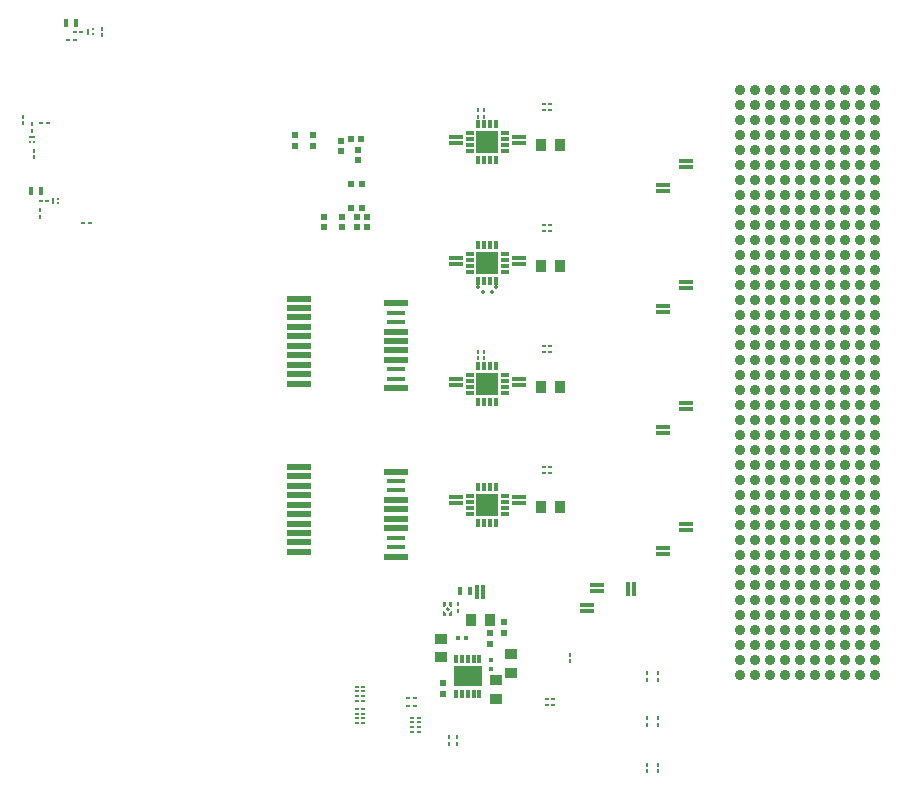
<source format=gbp>
G04*
G04 #@! TF.GenerationSoftware,Altium Limited,Altium Designer,24.2.2 (26)*
G04*
G04 Layer_Color=128*
%FSLAX26Y26*%
%MOIN*%
G70*
G04*
G04 #@! TF.SameCoordinates,1490CFCF-B2EF-406E-B7EC-920D21FDAB99*
G04*
G04*
G04 #@! TF.FilePolarity,Positive*
G04*
G01*
G75*
%ADD23R,0.011811X0.010800*%
%ADD24R,0.015748X0.025591*%
%ADD30R,0.024409X0.022835*%
%ADD43R,0.029528X0.011811*%
%ADD44R,0.011811X0.029528*%
%ADD58R,0.019685X0.005906*%
%ADD59R,0.005906X0.009842*%
%ADD62R,0.005906X0.019685*%
%ADD63R,0.009842X0.005906*%
%ADD65R,0.035433X0.039370*%
%ADD66R,0.010800X0.011811*%
%ADD69R,0.004921X0.023622*%
%ADD70R,0.047244X0.011811*%
%ADD71R,0.011811X0.047244*%
%ADD72R,0.023622X0.004921*%
%ADD73R,0.039370X0.037402*%
%ADD74R,0.037402X0.039370*%
%ADD75R,0.024409X0.024409*%
%ADD76R,0.024409X0.024409*%
%ADD149R,0.078740X0.019685*%
%ADD150R,0.059055X0.015748*%
%ADD151R,0.097638X0.068898*%
%ADD152R,0.011811X0.031496*%
%ADD153R,0.001000X0.001000*%
%ADD154P,0.001414X4X90.0*%
%ADD155R,0.072835X0.072835*%
%ADD157R,0.011811X0.006890*%
G04:AMPARAMS|DCode=159|XSize=10.8mil|YSize=11.811mil|CornerRadius=0mil|HoleSize=0mil|Usage=FLASHONLY|Rotation=225.000|XOffset=0mil|YOffset=0mil|HoleType=Round|Shape=Rectangle|*
%AMROTATEDRECTD159*
4,1,4,-0.000357,0.007994,0.007994,-0.000357,0.000357,-0.007994,-0.007994,0.000357,-0.000357,0.007994,0.0*
%
%ADD159ROTATEDRECTD159*%

G04:AMPARAMS|DCode=160|XSize=10.8mil|YSize=11.811mil|CornerRadius=0mil|HoleSize=0mil|Usage=FLASHONLY|Rotation=135.000|XOffset=0mil|YOffset=0mil|HoleType=Round|Shape=Rectangle|*
%AMROTATEDRECTD160*
4,1,4,0.007994,0.000357,-0.000357,-0.007994,-0.007994,-0.000357,0.000357,0.007994,0.007994,0.000357,0.0*
%
%ADD160ROTATEDRECTD160*%

%ADD167R,0.017716X0.015748*%
%ADD168R,0.015748X0.017716*%
%ADD169C,0.035039*%
G36*
X1381216Y410491D02*
Y393491D01*
X1379216D01*
X1372213Y400495D01*
Y410495D01*
X1381216Y410491D01*
D02*
G37*
G36*
X1363024Y400495D02*
X1356020Y393491D01*
X1354020D01*
Y410491D01*
X1363024Y410495D01*
Y400495D01*
D02*
G37*
G36*
X1374578Y386637D02*
X1367618Y379677D01*
X1360658Y386637D01*
X1367618Y393596D01*
X1374578Y386637D01*
D02*
G37*
G36*
X1381213Y362778D02*
X1372213D01*
Y372778D01*
X1379216Y379782D01*
X1381216D01*
X1381213Y362778D01*
D02*
G37*
G36*
X1363024Y372778D02*
Y362778D01*
X1354020Y362782D01*
Y379782D01*
X1356020D01*
X1363024Y372778D01*
D02*
G37*
D23*
X1237304Y63416D02*
D03*
X1258957D02*
D03*
X1237304Y90155D02*
D03*
X1258957D02*
D03*
X1720587Y87858D02*
D03*
X1698933D02*
D03*
X1720587Y67199D02*
D03*
X1698933D02*
D03*
X175020Y1673967D02*
D03*
X153367D02*
D03*
X33731Y1746621D02*
D03*
X12078D02*
D03*
X146631Y2311932D02*
D03*
X124978D02*
D03*
Y2282010D02*
D03*
X103325D02*
D03*
X34526Y2006344D02*
D03*
X12873D02*
D03*
X1687752Y1646941D02*
D03*
X1709406D02*
D03*
X1687752Y1243933D02*
D03*
X1709406D02*
D03*
X1687752Y840926D02*
D03*
X1709406D02*
D03*
X1687752Y2049948D02*
D03*
X1709406D02*
D03*
X1687752Y1665936D02*
D03*
X1709406D02*
D03*
X1687752Y1262929D02*
D03*
X1709406D02*
D03*
X1687752Y859921D02*
D03*
X1709406D02*
D03*
X1687752Y2068944D02*
D03*
X1709406D02*
D03*
D24*
X1443227Y445697D02*
D03*
X1409763D02*
D03*
X-20631Y1778677D02*
D03*
X12834D02*
D03*
X96818Y2340682D02*
D03*
X130282D02*
D03*
D30*
X1556461Y306743D02*
D03*
Y343751D02*
D03*
X1509096Y269736D02*
D03*
Y306743D02*
D03*
X1354007Y103703D02*
D03*
Y140711D02*
D03*
D43*
X1440939Y704385D02*
D03*
Y724070D02*
D03*
Y743755D02*
D03*
Y763440D02*
D03*
X1559049D02*
D03*
Y743755D02*
D03*
Y724070D02*
D03*
Y704385D02*
D03*
X1440939Y1913408D02*
D03*
Y1933093D02*
D03*
Y1952778D02*
D03*
Y1972463D02*
D03*
X1559049D02*
D03*
Y1952778D02*
D03*
Y1933093D02*
D03*
Y1913408D02*
D03*
X1440939Y1510400D02*
D03*
Y1530085D02*
D03*
Y1549770D02*
D03*
Y1569455D02*
D03*
X1559049D02*
D03*
Y1549770D02*
D03*
Y1530085D02*
D03*
Y1510400D02*
D03*
X1440939Y1107392D02*
D03*
Y1127078D02*
D03*
Y1146763D02*
D03*
Y1166448D02*
D03*
X1559049D02*
D03*
Y1146763D02*
D03*
Y1127078D02*
D03*
Y1107392D02*
D03*
D44*
X1529522Y674858D02*
D03*
X1509836D02*
D03*
X1490151D02*
D03*
X1470466D02*
D03*
Y792968D02*
D03*
X1490151D02*
D03*
X1509836D02*
D03*
X1529522D02*
D03*
Y1883880D02*
D03*
X1509836D02*
D03*
X1490151D02*
D03*
X1470466D02*
D03*
Y2001990D02*
D03*
X1490151D02*
D03*
X1509836D02*
D03*
X1529522D02*
D03*
Y1480873D02*
D03*
X1509836D02*
D03*
X1490151D02*
D03*
X1470466D02*
D03*
Y1598983D02*
D03*
X1490151D02*
D03*
X1509836D02*
D03*
X1529522D02*
D03*
Y1077865D02*
D03*
X1509836D02*
D03*
X1490151D02*
D03*
X1470466D02*
D03*
Y1195975D02*
D03*
X1490151D02*
D03*
X1509836D02*
D03*
X1529522D02*
D03*
D58*
X-17242Y1960795D02*
D03*
D59*
X-24132Y1945047D02*
D03*
X-10352D02*
D03*
D62*
X53299Y1746618D02*
D03*
X170527Y2311932D02*
D03*
D63*
X69047Y1739728D02*
D03*
Y1753507D02*
D03*
X186275Y2305043D02*
D03*
Y2318822D02*
D03*
D65*
X1509096Y350657D02*
D03*
X1446104D02*
D03*
D66*
X7747Y1716699D02*
D03*
Y1695045D02*
D03*
X1372903Y-41089D02*
D03*
Y-62742D02*
D03*
X1397932Y-41089D02*
D03*
Y-62742D02*
D03*
X217210Y2299277D02*
D03*
Y2320931D02*
D03*
X-10352Y1892458D02*
D03*
Y1914112D02*
D03*
X-17242Y1980360D02*
D03*
Y2002013D02*
D03*
X-47164Y2006344D02*
D03*
Y2027997D02*
D03*
X1402209Y380369D02*
D03*
Y402022D02*
D03*
X2032813Y173512D02*
D03*
Y151858D02*
D03*
X2070247Y173512D02*
D03*
Y151858D02*
D03*
X1776982Y212243D02*
D03*
Y233897D02*
D03*
X2032813Y22344D02*
D03*
Y690D02*
D03*
X2070247Y22344D02*
D03*
Y690D02*
D03*
X2032813Y-132621D02*
D03*
Y-154274D02*
D03*
X2070247Y-132621D02*
D03*
Y-154274D02*
D03*
X1470466Y1243922D02*
D03*
Y1222269D02*
D03*
X1490151Y1243922D02*
D03*
Y1222269D02*
D03*
X1470466Y2049938D02*
D03*
Y2028284D02*
D03*
X1490151Y2049938D02*
D03*
Y2028284D02*
D03*
D69*
X1852565Y355458D02*
D03*
X1862487D02*
D03*
X1417933Y258584D02*
D03*
X1427855D02*
D03*
X2031923Y1437764D02*
D03*
X2041845D02*
D03*
X2031923Y1034770D02*
D03*
X2041845D02*
D03*
X2031923Y631934D02*
D03*
X2041845D02*
D03*
X2031923Y1840916D02*
D03*
X2041845D02*
D03*
D70*
X1831130Y379506D02*
D03*
Y399191D02*
D03*
X1864979Y466387D02*
D03*
Y446702D02*
D03*
X2164026Y1476002D02*
D03*
Y1456317D02*
D03*
Y1073643D02*
D03*
Y1053958D02*
D03*
X2164002Y670385D02*
D03*
Y650700D02*
D03*
X2164026Y1879361D02*
D03*
Y1859676D02*
D03*
X2084606Y1377907D02*
D03*
Y1397592D02*
D03*
X2084430Y974634D02*
D03*
Y994319D02*
D03*
X2084606Y571826D02*
D03*
Y591511D02*
D03*
X2084539Y1780544D02*
D03*
Y1800229D02*
D03*
X1605376Y1557972D02*
D03*
Y1538287D02*
D03*
X1394572Y759222D02*
D03*
Y739537D02*
D03*
X1605376Y1154630D02*
D03*
Y1134945D02*
D03*
X1605376Y1960592D02*
D03*
Y1940907D02*
D03*
X1394572Y1557566D02*
D03*
Y1537881D02*
D03*
X1605376Y759525D02*
D03*
Y739841D02*
D03*
X1394571Y1154776D02*
D03*
Y1135091D02*
D03*
X1394572Y1960596D02*
D03*
Y1940911D02*
D03*
D71*
X1969326Y454856D02*
D03*
X1989011D02*
D03*
X1466186Y445023D02*
D03*
X1485871D02*
D03*
D72*
X2094449Y1498621D02*
D03*
Y1488699D02*
D03*
Y1095614D02*
D03*
Y1085692D02*
D03*
Y692606D02*
D03*
Y682684D02*
D03*
Y1901629D02*
D03*
Y1891707D02*
D03*
X2064921Y1505618D02*
D03*
Y1495696D02*
D03*
Y1101627D02*
D03*
Y1091705D02*
D03*
Y699736D02*
D03*
Y689814D02*
D03*
Y1908324D02*
D03*
Y1898402D02*
D03*
X2124292Y1487636D02*
D03*
Y1477714D02*
D03*
Y1084649D02*
D03*
Y1074727D02*
D03*
X2124268Y681201D02*
D03*
Y671279D02*
D03*
X2124293Y1890170D02*
D03*
Y1880248D02*
D03*
X1584780Y1588226D02*
D03*
Y1598148D02*
D03*
X1416930Y781914D02*
D03*
Y791836D02*
D03*
X1584780Y1184947D02*
D03*
Y1194869D02*
D03*
X1584780Y1991298D02*
D03*
Y2001220D02*
D03*
X1416930Y1588270D02*
D03*
Y1598192D02*
D03*
X1584780Y782224D02*
D03*
Y792146D02*
D03*
X1416929Y1185382D02*
D03*
Y1195304D02*
D03*
X1416930Y1991255D02*
D03*
Y2001177D02*
D03*
D73*
X1346579Y225572D02*
D03*
Y288565D02*
D03*
X1577840Y174091D02*
D03*
Y237083D02*
D03*
X1527781Y148634D02*
D03*
Y85642D02*
D03*
D74*
X1742899Y1933414D02*
D03*
X1679907D02*
D03*
X1742899Y725498D02*
D03*
X1679907D02*
D03*
X1742899Y1531473D02*
D03*
X1679907D02*
D03*
X1742899Y1127924D02*
D03*
X1679907D02*
D03*
D75*
X1099098Y1694107D02*
D03*
Y1658674D02*
D03*
X917656Y1930328D02*
D03*
Y1965761D02*
D03*
X1016082Y1694107D02*
D03*
Y1658674D02*
D03*
X957027Y1694107D02*
D03*
Y1658674D02*
D03*
X1011151Y1912068D02*
D03*
Y1947501D02*
D03*
X858601Y1930328D02*
D03*
Y1965761D02*
D03*
X1069458Y1882636D02*
D03*
Y1918069D02*
D03*
X1064971Y1694107D02*
D03*
Y1658674D02*
D03*
D76*
X1045609Y1802375D02*
D03*
X1081042D02*
D03*
X1045609Y1723635D02*
D03*
X1081042D02*
D03*
X1044876Y1953141D02*
D03*
X1080309D02*
D03*
D149*
X872878Y577362D02*
D03*
Y860827D02*
D03*
X1195712Y845079D02*
D03*
Y750591D02*
D03*
Y656102D02*
D03*
Y561614D02*
D03*
X872878Y1138386D02*
D03*
Y1421850D02*
D03*
X1195712Y1406102D02*
D03*
Y1311614D02*
D03*
Y1217126D02*
D03*
Y1122638D02*
D03*
X872878Y577362D02*
D03*
Y608858D02*
D03*
Y640354D02*
D03*
Y671850D02*
D03*
Y703346D02*
D03*
Y734842D02*
D03*
Y766338D02*
D03*
Y797835D02*
D03*
Y829331D02*
D03*
Y860827D02*
D03*
X1195712Y845079D02*
D03*
Y750591D02*
D03*
Y719094D02*
D03*
Y687598D02*
D03*
Y656102D02*
D03*
Y561614D02*
D03*
X872878Y1138386D02*
D03*
Y1169882D02*
D03*
Y1201378D02*
D03*
Y1232874D02*
D03*
Y1264370D02*
D03*
Y1295866D02*
D03*
Y1327362D02*
D03*
Y1358858D02*
D03*
Y1390354D02*
D03*
Y1421850D02*
D03*
X1195712Y1406102D02*
D03*
Y1311614D02*
D03*
Y1280118D02*
D03*
Y1248622D02*
D03*
Y1217126D02*
D03*
Y1122638D02*
D03*
D150*
Y813583D02*
D03*
Y782087D02*
D03*
Y624606D02*
D03*
Y593110D02*
D03*
Y1374606D02*
D03*
Y1343110D02*
D03*
Y1185630D02*
D03*
Y1154134D02*
D03*
D151*
X1434564Y162759D02*
D03*
D152*
X1473934Y221814D02*
D03*
X1454249D02*
D03*
X1434564D02*
D03*
X1414879D02*
D03*
X1395194D02*
D03*
Y103704D02*
D03*
X1414879D02*
D03*
X1434564D02*
D03*
X1454249D02*
D03*
X1473934D02*
D03*
D153*
X1377067Y371137D02*
D03*
X1358169D02*
D03*
Y402137D02*
D03*
X1377067D02*
D03*
D154*
X1367618Y386637D02*
D03*
D155*
X1499994Y733913D02*
D03*
Y1942935D02*
D03*
Y1539928D02*
D03*
Y1136920D02*
D03*
D157*
X1270881Y-22540D02*
D03*
Y-6792D02*
D03*
Y8956D02*
D03*
Y24704D02*
D03*
X1249228D02*
D03*
Y8956D02*
D03*
Y-6792D02*
D03*
Y-22540D02*
D03*
X1087319Y80651D02*
D03*
Y96399D02*
D03*
Y112147D02*
D03*
Y127895D02*
D03*
X1065665D02*
D03*
Y112147D02*
D03*
Y96399D02*
D03*
Y80651D02*
D03*
X1065841Y54214D02*
D03*
Y38466D02*
D03*
Y22718D02*
D03*
Y6970D02*
D03*
X1087494D02*
D03*
Y22718D02*
D03*
Y38466D02*
D03*
Y54214D02*
D03*
D159*
X1470466Y1458854D02*
D03*
X1485778Y1443543D02*
D03*
D160*
X1529522Y1458854D02*
D03*
X1514210Y1443543D02*
D03*
D167*
X1428264Y288832D02*
D03*
X1402280D02*
D03*
D168*
X1512136Y216062D02*
D03*
Y188503D02*
D03*
D169*
X2342028Y167716D02*
D03*
Y217716D02*
D03*
Y267716D02*
D03*
Y317716D02*
D03*
Y367716D02*
D03*
Y417716D02*
D03*
Y467716D02*
D03*
Y517716D02*
D03*
Y567716D02*
D03*
Y617716D02*
D03*
Y667716D02*
D03*
Y717716D02*
D03*
Y767716D02*
D03*
Y817716D02*
D03*
Y867716D02*
D03*
Y917716D02*
D03*
Y967716D02*
D03*
Y1017716D02*
D03*
Y1067716D02*
D03*
Y1117716D02*
D03*
Y1167716D02*
D03*
Y1217716D02*
D03*
Y1267716D02*
D03*
Y1317716D02*
D03*
Y1367716D02*
D03*
Y1417716D02*
D03*
Y1467716D02*
D03*
Y1517716D02*
D03*
Y1567716D02*
D03*
Y1617716D02*
D03*
Y1667716D02*
D03*
Y1717716D02*
D03*
Y1767716D02*
D03*
Y1817716D02*
D03*
Y1867716D02*
D03*
Y1917716D02*
D03*
Y1967716D02*
D03*
Y2017716D02*
D03*
Y2067716D02*
D03*
Y2117716D02*
D03*
X2392028Y167716D02*
D03*
Y217716D02*
D03*
Y267716D02*
D03*
Y317716D02*
D03*
Y367716D02*
D03*
Y417716D02*
D03*
Y467716D02*
D03*
Y517716D02*
D03*
Y567716D02*
D03*
Y617716D02*
D03*
Y667716D02*
D03*
Y717716D02*
D03*
Y767716D02*
D03*
Y817716D02*
D03*
Y867716D02*
D03*
Y917716D02*
D03*
Y967716D02*
D03*
Y1017716D02*
D03*
Y1067716D02*
D03*
Y1117716D02*
D03*
Y1167716D02*
D03*
Y1217716D02*
D03*
Y1267716D02*
D03*
Y1317716D02*
D03*
Y1367716D02*
D03*
Y1417716D02*
D03*
Y1467716D02*
D03*
Y1517716D02*
D03*
Y1567716D02*
D03*
Y1617716D02*
D03*
Y1667716D02*
D03*
Y1717716D02*
D03*
Y1767716D02*
D03*
Y1817716D02*
D03*
Y1867716D02*
D03*
Y1917716D02*
D03*
Y1967716D02*
D03*
Y2017716D02*
D03*
Y2067716D02*
D03*
Y2117716D02*
D03*
X2442028Y167716D02*
D03*
Y217716D02*
D03*
Y267716D02*
D03*
Y317716D02*
D03*
Y367716D02*
D03*
Y417716D02*
D03*
Y467716D02*
D03*
Y517716D02*
D03*
Y567716D02*
D03*
Y617716D02*
D03*
Y667716D02*
D03*
Y717716D02*
D03*
Y767716D02*
D03*
Y817716D02*
D03*
Y867716D02*
D03*
Y917716D02*
D03*
Y967716D02*
D03*
Y1017716D02*
D03*
Y1067716D02*
D03*
Y1117716D02*
D03*
Y1167716D02*
D03*
Y1217716D02*
D03*
Y1267716D02*
D03*
Y1317716D02*
D03*
Y1367716D02*
D03*
Y1417716D02*
D03*
Y1467716D02*
D03*
Y1517716D02*
D03*
Y1567716D02*
D03*
Y1617716D02*
D03*
Y1667716D02*
D03*
Y1717716D02*
D03*
Y1767716D02*
D03*
Y1817716D02*
D03*
Y1867716D02*
D03*
Y1917716D02*
D03*
Y1967716D02*
D03*
Y2017716D02*
D03*
Y2067716D02*
D03*
Y2117716D02*
D03*
X2492028Y167716D02*
D03*
Y217716D02*
D03*
Y267716D02*
D03*
Y317716D02*
D03*
Y367716D02*
D03*
Y417716D02*
D03*
Y467716D02*
D03*
Y517716D02*
D03*
Y567716D02*
D03*
Y617716D02*
D03*
Y667716D02*
D03*
Y717716D02*
D03*
Y767716D02*
D03*
Y817716D02*
D03*
Y867716D02*
D03*
Y917716D02*
D03*
Y967716D02*
D03*
Y1017716D02*
D03*
Y1067716D02*
D03*
Y1117716D02*
D03*
Y1167716D02*
D03*
Y1217716D02*
D03*
Y1267716D02*
D03*
Y1317716D02*
D03*
Y1367716D02*
D03*
Y1417716D02*
D03*
Y1467716D02*
D03*
Y1517716D02*
D03*
Y1567716D02*
D03*
Y1617716D02*
D03*
Y1667716D02*
D03*
Y1717716D02*
D03*
Y1767716D02*
D03*
Y1817716D02*
D03*
Y1867716D02*
D03*
Y1917716D02*
D03*
Y1967716D02*
D03*
Y2017716D02*
D03*
Y2067716D02*
D03*
Y2117716D02*
D03*
X2542028Y167716D02*
D03*
Y217716D02*
D03*
Y267716D02*
D03*
Y317716D02*
D03*
Y367716D02*
D03*
Y417716D02*
D03*
Y467716D02*
D03*
Y517716D02*
D03*
Y567716D02*
D03*
Y617716D02*
D03*
Y667716D02*
D03*
Y717716D02*
D03*
Y767716D02*
D03*
Y817716D02*
D03*
Y867716D02*
D03*
Y917716D02*
D03*
Y967716D02*
D03*
Y1017716D02*
D03*
Y1067716D02*
D03*
Y1117716D02*
D03*
Y1167716D02*
D03*
Y1217716D02*
D03*
Y1267716D02*
D03*
Y1317716D02*
D03*
Y1367716D02*
D03*
Y1417716D02*
D03*
Y1467716D02*
D03*
Y1517716D02*
D03*
Y1567716D02*
D03*
Y1617716D02*
D03*
Y1667716D02*
D03*
Y1717716D02*
D03*
Y1767716D02*
D03*
Y1817716D02*
D03*
Y1867716D02*
D03*
Y1917716D02*
D03*
Y1967716D02*
D03*
Y2017716D02*
D03*
Y2067716D02*
D03*
Y2117716D02*
D03*
X2592028Y167716D02*
D03*
Y217716D02*
D03*
Y267716D02*
D03*
Y317716D02*
D03*
Y367716D02*
D03*
Y417716D02*
D03*
Y467716D02*
D03*
Y517716D02*
D03*
Y567716D02*
D03*
Y617716D02*
D03*
Y667716D02*
D03*
Y717716D02*
D03*
Y767716D02*
D03*
Y817716D02*
D03*
Y867716D02*
D03*
Y917716D02*
D03*
Y967716D02*
D03*
Y1017716D02*
D03*
Y1067716D02*
D03*
Y1117716D02*
D03*
Y1167716D02*
D03*
Y1217716D02*
D03*
Y1267716D02*
D03*
Y1317716D02*
D03*
Y1367716D02*
D03*
Y1417716D02*
D03*
Y1467716D02*
D03*
Y1517716D02*
D03*
Y1567716D02*
D03*
Y1617716D02*
D03*
Y1667716D02*
D03*
Y1717716D02*
D03*
Y1767716D02*
D03*
Y1817716D02*
D03*
Y1867716D02*
D03*
Y1917716D02*
D03*
Y1967716D02*
D03*
Y2017716D02*
D03*
Y2067716D02*
D03*
Y2117716D02*
D03*
X2642028Y167716D02*
D03*
Y217716D02*
D03*
Y267716D02*
D03*
Y317716D02*
D03*
Y367716D02*
D03*
Y417716D02*
D03*
Y467716D02*
D03*
Y517716D02*
D03*
Y567716D02*
D03*
Y617716D02*
D03*
Y667716D02*
D03*
Y717716D02*
D03*
Y767716D02*
D03*
Y817716D02*
D03*
Y867716D02*
D03*
Y917716D02*
D03*
Y967716D02*
D03*
Y1017716D02*
D03*
Y1067716D02*
D03*
Y1117716D02*
D03*
Y1167716D02*
D03*
Y1217716D02*
D03*
Y1267716D02*
D03*
Y1317716D02*
D03*
Y1367716D02*
D03*
Y1417716D02*
D03*
Y1467716D02*
D03*
Y1517716D02*
D03*
Y1567716D02*
D03*
Y1617716D02*
D03*
Y1667716D02*
D03*
Y1717716D02*
D03*
Y1767716D02*
D03*
Y1817716D02*
D03*
Y1867716D02*
D03*
Y1917716D02*
D03*
Y1967716D02*
D03*
Y2017716D02*
D03*
Y2067716D02*
D03*
Y2117716D02*
D03*
X2692028Y167716D02*
D03*
Y217716D02*
D03*
Y267716D02*
D03*
Y317716D02*
D03*
Y367716D02*
D03*
Y417716D02*
D03*
Y467716D02*
D03*
Y517716D02*
D03*
Y567716D02*
D03*
Y617716D02*
D03*
Y667716D02*
D03*
Y717716D02*
D03*
Y767716D02*
D03*
Y817716D02*
D03*
Y867716D02*
D03*
Y917716D02*
D03*
Y967716D02*
D03*
Y1017716D02*
D03*
Y1067716D02*
D03*
Y1117716D02*
D03*
Y1167716D02*
D03*
Y1217716D02*
D03*
Y1267716D02*
D03*
Y1317716D02*
D03*
Y1367716D02*
D03*
Y1417716D02*
D03*
Y1467716D02*
D03*
Y1517716D02*
D03*
Y1567716D02*
D03*
Y1617716D02*
D03*
Y1667716D02*
D03*
Y1717716D02*
D03*
Y1767716D02*
D03*
Y1817716D02*
D03*
Y1867716D02*
D03*
Y1917716D02*
D03*
Y1967716D02*
D03*
Y2017716D02*
D03*
Y2067716D02*
D03*
Y2117716D02*
D03*
X2742028Y167716D02*
D03*
Y217716D02*
D03*
Y267716D02*
D03*
Y317716D02*
D03*
Y367716D02*
D03*
Y417716D02*
D03*
Y467716D02*
D03*
Y517716D02*
D03*
Y567716D02*
D03*
Y617716D02*
D03*
Y667716D02*
D03*
Y717716D02*
D03*
Y767716D02*
D03*
Y817716D02*
D03*
Y867716D02*
D03*
Y917716D02*
D03*
Y967716D02*
D03*
Y1017716D02*
D03*
Y1067716D02*
D03*
Y1117716D02*
D03*
Y1167716D02*
D03*
Y1217716D02*
D03*
Y1267716D02*
D03*
Y1317716D02*
D03*
Y1367716D02*
D03*
Y1417716D02*
D03*
Y1467716D02*
D03*
Y1517716D02*
D03*
Y1567716D02*
D03*
Y1617716D02*
D03*
Y1667716D02*
D03*
Y1717716D02*
D03*
Y1767716D02*
D03*
Y1817716D02*
D03*
Y1867716D02*
D03*
Y1917716D02*
D03*
Y1967716D02*
D03*
Y2017716D02*
D03*
Y2067716D02*
D03*
Y2117716D02*
D03*
X2792028Y167716D02*
D03*
Y217716D02*
D03*
Y267716D02*
D03*
Y317716D02*
D03*
Y367716D02*
D03*
Y417716D02*
D03*
Y467716D02*
D03*
Y517716D02*
D03*
Y567716D02*
D03*
Y617716D02*
D03*
Y667716D02*
D03*
Y717716D02*
D03*
Y767716D02*
D03*
Y817716D02*
D03*
Y867716D02*
D03*
Y917716D02*
D03*
Y967716D02*
D03*
Y1017716D02*
D03*
Y1067716D02*
D03*
Y1117716D02*
D03*
Y1167716D02*
D03*
Y1217716D02*
D03*
Y1267716D02*
D03*
Y1317716D02*
D03*
Y1367716D02*
D03*
Y1417716D02*
D03*
Y1467716D02*
D03*
Y1517716D02*
D03*
Y1567716D02*
D03*
Y1617716D02*
D03*
Y1667716D02*
D03*
Y1717716D02*
D03*
Y1767716D02*
D03*
Y1817716D02*
D03*
Y1867716D02*
D03*
Y1917716D02*
D03*
Y1967716D02*
D03*
Y2017716D02*
D03*
Y2067716D02*
D03*
Y2117716D02*
D03*
M02*

</source>
